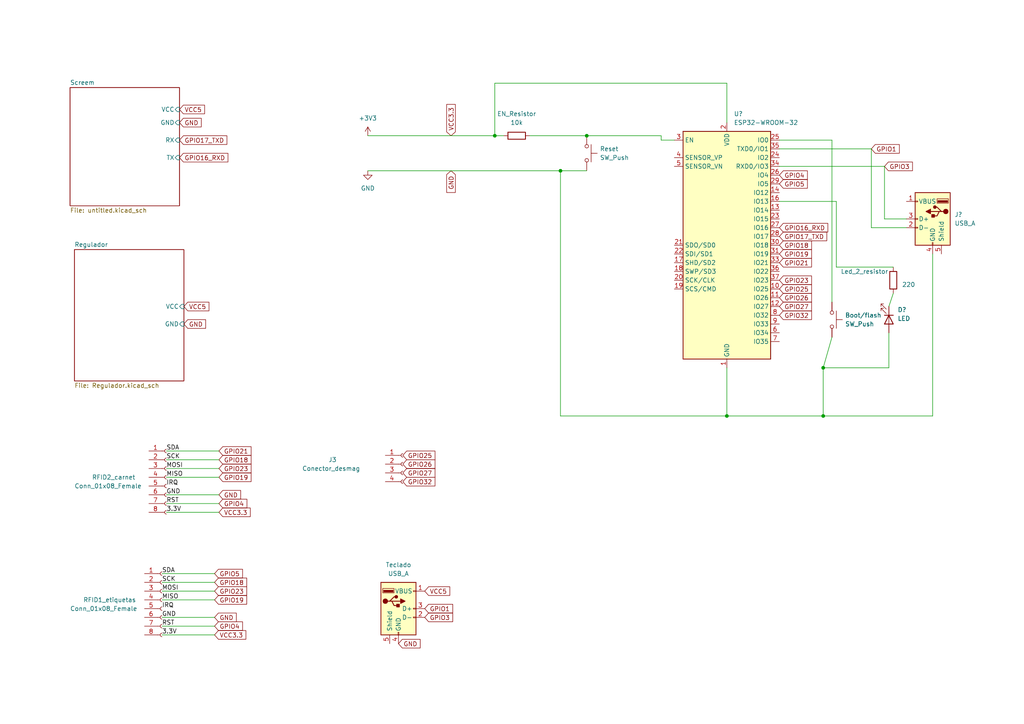
<source format=kicad_sch>
(kicad_sch (version 20211123) (generator eeschema)

  (uuid e63e39d7-6ac0-4ffd-8aa3-1841a4541b55)

  (paper "A4")

  (lib_symbols
    (symbol "Connector:Conn_01x04_Female" (pin_names (offset 1.016) hide) (in_bom yes) (on_board yes)
      (property "Reference" "J" (id 0) (at 0 5.08 0)
        (effects (font (size 1.27 1.27)))
      )
      (property "Value" "Conn_01x04_Female" (id 1) (at 0 -7.62 0)
        (effects (font (size 1.27 1.27)))
      )
      (property "Footprint" "" (id 2) (at 0 0 0)
        (effects (font (size 1.27 1.27)) hide)
      )
      (property "Datasheet" "~" (id 3) (at 0 0 0)
        (effects (font (size 1.27 1.27)) hide)
      )
      (property "ki_keywords" "connector" (id 4) (at 0 0 0)
        (effects (font (size 1.27 1.27)) hide)
      )
      (property "ki_description" "Generic connector, single row, 01x04, script generated (kicad-library-utils/schlib/autogen/connector/)" (id 5) (at 0 0 0)
        (effects (font (size 1.27 1.27)) hide)
      )
      (property "ki_fp_filters" "Connector*:*_1x??_*" (id 6) (at 0 0 0)
        (effects (font (size 1.27 1.27)) hide)
      )
      (symbol "Conn_01x04_Female_1_1"
        (arc (start 0 -4.572) (mid -0.508 -5.08) (end 0 -5.588)
          (stroke (width 0.1524) (type default) (color 0 0 0 0))
          (fill (type none))
        )
        (arc (start 0 -2.032) (mid -0.508 -2.54) (end 0 -3.048)
          (stroke (width 0.1524) (type default) (color 0 0 0 0))
          (fill (type none))
        )
        (polyline
          (pts
            (xy -1.27 -5.08)
            (xy -0.508 -5.08)
          )
          (stroke (width 0.1524) (type default) (color 0 0 0 0))
          (fill (type none))
        )
        (polyline
          (pts
            (xy -1.27 -2.54)
            (xy -0.508 -2.54)
          )
          (stroke (width 0.1524) (type default) (color 0 0 0 0))
          (fill (type none))
        )
        (polyline
          (pts
            (xy -1.27 0)
            (xy -0.508 0)
          )
          (stroke (width 0.1524) (type default) (color 0 0 0 0))
          (fill (type none))
        )
        (polyline
          (pts
            (xy -1.27 2.54)
            (xy -0.508 2.54)
          )
          (stroke (width 0.1524) (type default) (color 0 0 0 0))
          (fill (type none))
        )
        (arc (start 0 0.508) (mid -0.508 0) (end 0 -0.508)
          (stroke (width 0.1524) (type default) (color 0 0 0 0))
          (fill (type none))
        )
        (arc (start 0 3.048) (mid -0.508 2.54) (end 0 2.032)
          (stroke (width 0.1524) (type default) (color 0 0 0 0))
          (fill (type none))
        )
        (pin passive line (at -5.08 2.54 0) (length 3.81)
          (name "Pin_1" (effects (font (size 1.27 1.27))))
          (number "1" (effects (font (size 1.27 1.27))))
        )
        (pin passive line (at -5.08 0 0) (length 3.81)
          (name "Pin_2" (effects (font (size 1.27 1.27))))
          (number "2" (effects (font (size 1.27 1.27))))
        )
        (pin passive line (at -5.08 -2.54 0) (length 3.81)
          (name "Pin_3" (effects (font (size 1.27 1.27))))
          (number "3" (effects (font (size 1.27 1.27))))
        )
        (pin passive line (at -5.08 -5.08 0) (length 3.81)
          (name "Pin_4" (effects (font (size 1.27 1.27))))
          (number "4" (effects (font (size 1.27 1.27))))
        )
      )
    )
    (symbol "Connector:Conn_01x08_Female" (pin_names (offset 1.016) hide) (in_bom yes) (on_board yes)
      (property "Reference" "J" (id 0) (at 0 10.16 0)
        (effects (font (size 1.27 1.27)))
      )
      (property "Value" "Conn_01x08_Female" (id 1) (at 0 -12.7 0)
        (effects (font (size 1.27 1.27)))
      )
      (property "Footprint" "" (id 2) (at 0 0 0)
        (effects (font (size 1.27 1.27)) hide)
      )
      (property "Datasheet" "~" (id 3) (at 0 0 0)
        (effects (font (size 1.27 1.27)) hide)
      )
      (property "ki_keywords" "connector" (id 4) (at 0 0 0)
        (effects (font (size 1.27 1.27)) hide)
      )
      (property "ki_description" "Generic connector, single row, 01x08, script generated (kicad-library-utils/schlib/autogen/connector/)" (id 5) (at 0 0 0)
        (effects (font (size 1.27 1.27)) hide)
      )
      (property "ki_fp_filters" "Connector*:*_1x??_*" (id 6) (at 0 0 0)
        (effects (font (size 1.27 1.27)) hide)
      )
      (symbol "Conn_01x08_Female_1_1"
        (arc (start 0 -9.652) (mid -0.508 -10.16) (end 0 -10.668)
          (stroke (width 0.1524) (type default) (color 0 0 0 0))
          (fill (type none))
        )
        (arc (start 0 -7.112) (mid -0.508 -7.62) (end 0 -8.128)
          (stroke (width 0.1524) (type default) (color 0 0 0 0))
          (fill (type none))
        )
        (arc (start 0 -4.572) (mid -0.508 -5.08) (end 0 -5.588)
          (stroke (width 0.1524) (type default) (color 0 0 0 0))
          (fill (type none))
        )
        (arc (start 0 -2.032) (mid -0.508 -2.54) (end 0 -3.048)
          (stroke (width 0.1524) (type default) (color 0 0 0 0))
          (fill (type none))
        )
        (polyline
          (pts
            (xy -1.27 -10.16)
            (xy -0.508 -10.16)
          )
          (stroke (width 0.1524) (type default) (color 0 0 0 0))
          (fill (type none))
        )
        (polyline
          (pts
            (xy -1.27 -7.62)
            (xy -0.508 -7.62)
          )
          (stroke (width 0.1524) (type default) (color 0 0 0 0))
          (fill (type none))
        )
        (polyline
          (pts
            (xy -1.27 -5.08)
            (xy -0.508 -5.08)
          )
          (stroke (width 0.1524) (type default) (color 0 0 0 0))
          (fill (type none))
        )
        (polyline
          (pts
            (xy -1.27 -2.54)
            (xy -0.508 -2.54)
          )
          (stroke (width 0.1524) (type default) (color 0 0 0 0))
          (fill (type none))
        )
        (polyline
          (pts
            (xy -1.27 0)
            (xy -0.508 0)
          )
          (stroke (width 0.1524) (type default) (color 0 0 0 0))
          (fill (type none))
        )
        (polyline
          (pts
            (xy -1.27 2.54)
            (xy -0.508 2.54)
          )
          (stroke (width 0.1524) (type default) (color 0 0 0 0))
          (fill (type none))
        )
        (polyline
          (pts
            (xy -1.27 5.08)
            (xy -0.508 5.08)
          )
          (stroke (width 0.1524) (type default) (color 0 0 0 0))
          (fill (type none))
        )
        (polyline
          (pts
            (xy -1.27 7.62)
            (xy -0.508 7.62)
          )
          (stroke (width 0.1524) (type default) (color 0 0 0 0))
          (fill (type none))
        )
        (arc (start 0 0.508) (mid -0.508 0) (end 0 -0.508)
          (stroke (width 0.1524) (type default) (color 0 0 0 0))
          (fill (type none))
        )
        (arc (start 0 3.048) (mid -0.508 2.54) (end 0 2.032)
          (stroke (width 0.1524) (type default) (color 0 0 0 0))
          (fill (type none))
        )
        (arc (start 0 5.588) (mid -0.508 5.08) (end 0 4.572)
          (stroke (width 0.1524) (type default) (color 0 0 0 0))
          (fill (type none))
        )
        (arc (start 0 8.128) (mid -0.508 7.62) (end 0 7.112)
          (stroke (width 0.1524) (type default) (color 0 0 0 0))
          (fill (type none))
        )
        (pin passive line (at -5.08 7.62 0) (length 3.81)
          (name "Pin_1" (effects (font (size 1.27 1.27))))
          (number "1" (effects (font (size 1.27 1.27))))
        )
        (pin passive line (at -5.08 5.08 0) (length 3.81)
          (name "Pin_2" (effects (font (size 1.27 1.27))))
          (number "2" (effects (font (size 1.27 1.27))))
        )
        (pin passive line (at -5.08 2.54 0) (length 3.81)
          (name "Pin_3" (effects (font (size 1.27 1.27))))
          (number "3" (effects (font (size 1.27 1.27))))
        )
        (pin passive line (at -5.08 0 0) (length 3.81)
          (name "Pin_4" (effects (font (size 1.27 1.27))))
          (number "4" (effects (font (size 1.27 1.27))))
        )
        (pin passive line (at -5.08 -2.54 0) (length 3.81)
          (name "Pin_5" (effects (font (size 1.27 1.27))))
          (number "5" (effects (font (size 1.27 1.27))))
        )
        (pin passive line (at -5.08 -5.08 0) (length 3.81)
          (name "Pin_6" (effects (font (size 1.27 1.27))))
          (number "6" (effects (font (size 1.27 1.27))))
        )
        (pin passive line (at -5.08 -7.62 0) (length 3.81)
          (name "Pin_7" (effects (font (size 1.27 1.27))))
          (number "7" (effects (font (size 1.27 1.27))))
        )
        (pin passive line (at -5.08 -10.16 0) (length 3.81)
          (name "Pin_8" (effects (font (size 1.27 1.27))))
          (number "8" (effects (font (size 1.27 1.27))))
        )
      )
    )
    (symbol "Connector:USB_A" (pin_names (offset 1.016)) (in_bom yes) (on_board yes)
      (property "Reference" "J" (id 0) (at -5.08 11.43 0)
        (effects (font (size 1.27 1.27)) (justify left))
      )
      (property "Value" "USB_A" (id 1) (at -5.08 8.89 0)
        (effects (font (size 1.27 1.27)) (justify left))
      )
      (property "Footprint" "" (id 2) (at 3.81 -1.27 0)
        (effects (font (size 1.27 1.27)) hide)
      )
      (property "Datasheet" " ~" (id 3) (at 3.81 -1.27 0)
        (effects (font (size 1.27 1.27)) hide)
      )
      (property "ki_keywords" "connector USB" (id 4) (at 0 0 0)
        (effects (font (size 1.27 1.27)) hide)
      )
      (property "ki_description" "USB Type A connector" (id 5) (at 0 0 0)
        (effects (font (size 1.27 1.27)) hide)
      )
      (property "ki_fp_filters" "USB*" (id 6) (at 0 0 0)
        (effects (font (size 1.27 1.27)) hide)
      )
      (symbol "USB_A_0_1"
        (rectangle (start -5.08 -7.62) (end 5.08 7.62)
          (stroke (width 0.254) (type default) (color 0 0 0 0))
          (fill (type background))
        )
        (circle (center -3.81 2.159) (radius 0.635)
          (stroke (width 0.254) (type default) (color 0 0 0 0))
          (fill (type outline))
        )
        (rectangle (start -1.524 4.826) (end -4.318 5.334)
          (stroke (width 0) (type default) (color 0 0 0 0))
          (fill (type outline))
        )
        (rectangle (start -1.27 4.572) (end -4.572 5.842)
          (stroke (width 0) (type default) (color 0 0 0 0))
          (fill (type none))
        )
        (circle (center -0.635 3.429) (radius 0.381)
          (stroke (width 0.254) (type default) (color 0 0 0 0))
          (fill (type outline))
        )
        (rectangle (start -0.127 -7.62) (end 0.127 -6.858)
          (stroke (width 0) (type default) (color 0 0 0 0))
          (fill (type none))
        )
        (polyline
          (pts
            (xy -3.175 2.159)
            (xy -2.54 2.159)
            (xy -1.27 3.429)
            (xy -0.635 3.429)
          )
          (stroke (width 0.254) (type default) (color 0 0 0 0))
          (fill (type none))
        )
        (polyline
          (pts
            (xy -2.54 2.159)
            (xy -1.905 2.159)
            (xy -1.27 0.889)
            (xy 0 0.889)
          )
          (stroke (width 0.254) (type default) (color 0 0 0 0))
          (fill (type none))
        )
        (polyline
          (pts
            (xy 0.635 2.794)
            (xy 0.635 1.524)
            (xy 1.905 2.159)
            (xy 0.635 2.794)
          )
          (stroke (width 0.254) (type default) (color 0 0 0 0))
          (fill (type outline))
        )
        (rectangle (start 0.254 1.27) (end -0.508 0.508)
          (stroke (width 0.254) (type default) (color 0 0 0 0))
          (fill (type outline))
        )
        (rectangle (start 5.08 -2.667) (end 4.318 -2.413)
          (stroke (width 0) (type default) (color 0 0 0 0))
          (fill (type none))
        )
        (rectangle (start 5.08 -0.127) (end 4.318 0.127)
          (stroke (width 0) (type default) (color 0 0 0 0))
          (fill (type none))
        )
        (rectangle (start 5.08 4.953) (end 4.318 5.207)
          (stroke (width 0) (type default) (color 0 0 0 0))
          (fill (type none))
        )
      )
      (symbol "USB_A_1_1"
        (polyline
          (pts
            (xy -1.905 2.159)
            (xy 0.635 2.159)
          )
          (stroke (width 0.254) (type default) (color 0 0 0 0))
          (fill (type none))
        )
        (pin power_in line (at 7.62 5.08 180) (length 2.54)
          (name "VBUS" (effects (font (size 1.27 1.27))))
          (number "1" (effects (font (size 1.27 1.27))))
        )
        (pin bidirectional line (at 7.62 -2.54 180) (length 2.54)
          (name "D-" (effects (font (size 1.27 1.27))))
          (number "2" (effects (font (size 1.27 1.27))))
        )
        (pin bidirectional line (at 7.62 0 180) (length 2.54)
          (name "D+" (effects (font (size 1.27 1.27))))
          (number "3" (effects (font (size 1.27 1.27))))
        )
        (pin power_in line (at 0 -10.16 90) (length 2.54)
          (name "GND" (effects (font (size 1.27 1.27))))
          (number "4" (effects (font (size 1.27 1.27))))
        )
        (pin passive line (at -2.54 -10.16 90) (length 2.54)
          (name "Shield" (effects (font (size 1.27 1.27))))
          (number "5" (effects (font (size 1.27 1.27))))
        )
      )
    )
    (symbol "Device:LED" (pin_numbers hide) (pin_names (offset 1.016) hide) (in_bom yes) (on_board yes)
      (property "Reference" "D" (id 0) (at 0 2.54 0)
        (effects (font (size 1.27 1.27)))
      )
      (property "Value" "LED" (id 1) (at 0 -2.54 0)
        (effects (font (size 1.27 1.27)))
      )
      (property "Footprint" "" (id 2) (at 0 0 0)
        (effects (font (size 1.27 1.27)) hide)
      )
      (property "Datasheet" "~" (id 3) (at 0 0 0)
        (effects (font (size 1.27 1.27)) hide)
      )
      (property "ki_keywords" "LED diode" (id 4) (at 0 0 0)
        (effects (font (size 1.27 1.27)) hide)
      )
      (property "ki_description" "Light emitting diode" (id 5) (at 0 0 0)
        (effects (font (size 1.27 1.27)) hide)
      )
      (property "ki_fp_filters" "LED* LED_SMD:* LED_THT:*" (id 6) (at 0 0 0)
        (effects (font (size 1.27 1.27)) hide)
      )
      (symbol "LED_0_1"
        (polyline
          (pts
            (xy -1.27 -1.27)
            (xy -1.27 1.27)
          )
          (stroke (width 0.254) (type default) (color 0 0 0 0))
          (fill (type none))
        )
        (polyline
          (pts
            (xy -1.27 0)
            (xy 1.27 0)
          )
          (stroke (width 0) (type default) (color 0 0 0 0))
          (fill (type none))
        )
        (polyline
          (pts
            (xy 1.27 -1.27)
            (xy 1.27 1.27)
            (xy -1.27 0)
            (xy 1.27 -1.27)
          )
          (stroke (width 0.254) (type default) (color 0 0 0 0))
          (fill (type none))
        )
        (polyline
          (pts
            (xy -3.048 -0.762)
            (xy -4.572 -2.286)
            (xy -3.81 -2.286)
            (xy -4.572 -2.286)
            (xy -4.572 -1.524)
          )
          (stroke (width 0) (type default) (color 0 0 0 0))
          (fill (type none))
        )
        (polyline
          (pts
            (xy -1.778 -0.762)
            (xy -3.302 -2.286)
            (xy -2.54 -2.286)
            (xy -3.302 -2.286)
            (xy -3.302 -1.524)
          )
          (stroke (width 0) (type default) (color 0 0 0 0))
          (fill (type none))
        )
      )
      (symbol "LED_1_1"
        (pin passive line (at -3.81 0 0) (length 2.54)
          (name "K" (effects (font (size 1.27 1.27))))
          (number "1" (effects (font (size 1.27 1.27))))
        )
        (pin passive line (at 3.81 0 180) (length 2.54)
          (name "A" (effects (font (size 1.27 1.27))))
          (number "2" (effects (font (size 1.27 1.27))))
        )
      )
    )
    (symbol "Device:R" (pin_numbers hide) (pin_names (offset 0)) (in_bom yes) (on_board yes)
      (property "Reference" "R" (id 0) (at 2.032 0 90)
        (effects (font (size 1.27 1.27)))
      )
      (property "Value" "R" (id 1) (at 0 0 90)
        (effects (font (size 1.27 1.27)))
      )
      (property "Footprint" "" (id 2) (at -1.778 0 90)
        (effects (font (size 1.27 1.27)) hide)
      )
      (property "Datasheet" "~" (id 3) (at 0 0 0)
        (effects (font (size 1.27 1.27)) hide)
      )
      (property "ki_keywords" "R res resistor" (id 4) (at 0 0 0)
        (effects (font (size 1.27 1.27)) hide)
      )
      (property "ki_description" "Resistor" (id 5) (at 0 0 0)
        (effects (font (size 1.27 1.27)) hide)
      )
      (property "ki_fp_filters" "R_*" (id 6) (at 0 0 0)
        (effects (font (size 1.27 1.27)) hide)
      )
      (symbol "R_0_1"
        (rectangle (start -1.016 -2.54) (end 1.016 2.54)
          (stroke (width 0.254) (type default) (color 0 0 0 0))
          (fill (type none))
        )
      )
      (symbol "R_1_1"
        (pin passive line (at 0 3.81 270) (length 1.27)
          (name "~" (effects (font (size 1.27 1.27))))
          (number "1" (effects (font (size 1.27 1.27))))
        )
        (pin passive line (at 0 -3.81 90) (length 1.27)
          (name "~" (effects (font (size 1.27 1.27))))
          (number "2" (effects (font (size 1.27 1.27))))
        )
      )
    )
    (symbol "RF_Module:ESP32-WROOM-32" (in_bom yes) (on_board yes)
      (property "Reference" "U" (id 0) (at -12.7 34.29 0)
        (effects (font (size 1.27 1.27)) (justify left))
      )
      (property "Value" "ESP32-WROOM-32" (id 1) (at 1.27 34.29 0)
        (effects (font (size 1.27 1.27)) (justify left))
      )
      (property "Footprint" "RF_Module:ESP32-WROOM-32" (id 2) (at 0 -38.1 0)
        (effects (font (size 1.27 1.27)) hide)
      )
      (property "Datasheet" "https://www.espressif.com/sites/default/files/documentation/esp32-wroom-32_datasheet_en.pdf" (id 3) (at -7.62 1.27 0)
        (effects (font (size 1.27 1.27)) hide)
      )
      (property "ki_keywords" "RF Radio BT ESP ESP32 Espressif onboard PCB antenna" (id 4) (at 0 0 0)
        (effects (font (size 1.27 1.27)) hide)
      )
      (property "ki_description" "RF Module, ESP32-D0WDQ6 SoC, Wi-Fi 802.11b/g/n, Bluetooth, BLE, 32-bit, 2.7-3.6V, onboard antenna, SMD" (id 5) (at 0 0 0)
        (effects (font (size 1.27 1.27)) hide)
      )
      (property "ki_fp_filters" "ESP32?WROOM?32*" (id 6) (at 0 0 0)
        (effects (font (size 1.27 1.27)) hide)
      )
      (symbol "ESP32-WROOM-32_0_1"
        (rectangle (start -12.7 33.02) (end 12.7 -33.02)
          (stroke (width 0.254) (type default) (color 0 0 0 0))
          (fill (type background))
        )
      )
      (symbol "ESP32-WROOM-32_1_1"
        (pin power_in line (at 0 -35.56 90) (length 2.54)
          (name "GND" (effects (font (size 1.27 1.27))))
          (number "1" (effects (font (size 1.27 1.27))))
        )
        (pin bidirectional line (at 15.24 -12.7 180) (length 2.54)
          (name "IO25" (effects (font (size 1.27 1.27))))
          (number "10" (effects (font (size 1.27 1.27))))
        )
        (pin bidirectional line (at 15.24 -15.24 180) (length 2.54)
          (name "IO26" (effects (font (size 1.27 1.27))))
          (number "11" (effects (font (size 1.27 1.27))))
        )
        (pin bidirectional line (at 15.24 -17.78 180) (length 2.54)
          (name "IO27" (effects (font (size 1.27 1.27))))
          (number "12" (effects (font (size 1.27 1.27))))
        )
        (pin bidirectional line (at 15.24 10.16 180) (length 2.54)
          (name "IO14" (effects (font (size 1.27 1.27))))
          (number "13" (effects (font (size 1.27 1.27))))
        )
        (pin bidirectional line (at 15.24 15.24 180) (length 2.54)
          (name "IO12" (effects (font (size 1.27 1.27))))
          (number "14" (effects (font (size 1.27 1.27))))
        )
        (pin passive line (at 0 -35.56 90) (length 2.54) hide
          (name "GND" (effects (font (size 1.27 1.27))))
          (number "15" (effects (font (size 1.27 1.27))))
        )
        (pin bidirectional line (at 15.24 12.7 180) (length 2.54)
          (name "IO13" (effects (font (size 1.27 1.27))))
          (number "16" (effects (font (size 1.27 1.27))))
        )
        (pin bidirectional line (at -15.24 -5.08 0) (length 2.54)
          (name "SHD/SD2" (effects (font (size 1.27 1.27))))
          (number "17" (effects (font (size 1.27 1.27))))
        )
        (pin bidirectional line (at -15.24 -7.62 0) (length 2.54)
          (name "SWP/SD3" (effects (font (size 1.27 1.27))))
          (number "18" (effects (font (size 1.27 1.27))))
        )
        (pin bidirectional line (at -15.24 -12.7 0) (length 2.54)
          (name "SCS/CMD" (effects (font (size 1.27 1.27))))
          (number "19" (effects (font (size 1.27 1.27))))
        )
        (pin power_in line (at 0 35.56 270) (length 2.54)
          (name "VDD" (effects (font (size 1.27 1.27))))
          (number "2" (effects (font (size 1.27 1.27))))
        )
        (pin bidirectional line (at -15.24 -10.16 0) (length 2.54)
          (name "SCK/CLK" (effects (font (size 1.27 1.27))))
          (number "20" (effects (font (size 1.27 1.27))))
        )
        (pin bidirectional line (at -15.24 0 0) (length 2.54)
          (name "SDO/SD0" (effects (font (size 1.27 1.27))))
          (number "21" (effects (font (size 1.27 1.27))))
        )
        (pin bidirectional line (at -15.24 -2.54 0) (length 2.54)
          (name "SDI/SD1" (effects (font (size 1.27 1.27))))
          (number "22" (effects (font (size 1.27 1.27))))
        )
        (pin bidirectional line (at 15.24 7.62 180) (length 2.54)
          (name "IO15" (effects (font (size 1.27 1.27))))
          (number "23" (effects (font (size 1.27 1.27))))
        )
        (pin bidirectional line (at 15.24 25.4 180) (length 2.54)
          (name "IO2" (effects (font (size 1.27 1.27))))
          (number "24" (effects (font (size 1.27 1.27))))
        )
        (pin bidirectional line (at 15.24 30.48 180) (length 2.54)
          (name "IO0" (effects (font (size 1.27 1.27))))
          (number "25" (effects (font (size 1.27 1.27))))
        )
        (pin bidirectional line (at 15.24 20.32 180) (length 2.54)
          (name "IO4" (effects (font (size 1.27 1.27))))
          (number "26" (effects (font (size 1.27 1.27))))
        )
        (pin bidirectional line (at 15.24 5.08 180) (length 2.54)
          (name "IO16" (effects (font (size 1.27 1.27))))
          (number "27" (effects (font (size 1.27 1.27))))
        )
        (pin bidirectional line (at 15.24 2.54 180) (length 2.54)
          (name "IO17" (effects (font (size 1.27 1.27))))
          (number "28" (effects (font (size 1.27 1.27))))
        )
        (pin bidirectional line (at 15.24 17.78 180) (length 2.54)
          (name "IO5" (effects (font (size 1.27 1.27))))
          (number "29" (effects (font (size 1.27 1.27))))
        )
        (pin input line (at -15.24 30.48 0) (length 2.54)
          (name "EN" (effects (font (size 1.27 1.27))))
          (number "3" (effects (font (size 1.27 1.27))))
        )
        (pin bidirectional line (at 15.24 0 180) (length 2.54)
          (name "IO18" (effects (font (size 1.27 1.27))))
          (number "30" (effects (font (size 1.27 1.27))))
        )
        (pin bidirectional line (at 15.24 -2.54 180) (length 2.54)
          (name "IO19" (effects (font (size 1.27 1.27))))
          (number "31" (effects (font (size 1.27 1.27))))
        )
        (pin no_connect line (at -12.7 -27.94 0) (length 2.54) hide
          (name "NC" (effects (font (size 1.27 1.27))))
          (number "32" (effects (font (size 1.27 1.27))))
        )
        (pin bidirectional line (at 15.24 -5.08 180) (length 2.54)
          (name "IO21" (effects (font (size 1.27 1.27))))
          (number "33" (effects (font (size 1.27 1.27))))
        )
        (pin bidirectional line (at 15.24 22.86 180) (length 2.54)
          (name "RXD0/IO3" (effects (font (size 1.27 1.27))))
          (number "34" (effects (font (size 1.27 1.27))))
        )
        (pin bidirectional line (at 15.24 27.94 180) (length 2.54)
          (name "TXD0/IO1" (effects (font (size 1.27 1.27))))
          (number "35" (effects (font (size 1.27 1.27))))
        )
        (pin bidirectional line (at 15.24 -7.62 180) (length 2.54)
          (name "IO22" (effects (font (size 1.27 1.27))))
          (number "36" (effects (font (size 1.27 1.27))))
        )
        (pin bidirectional line (at 15.24 -10.16 180) (length 2.54)
          (name "IO23" (effects (font (size 1.27 1.27))))
          (number "37" (effects (font (size 1.27 1.27))))
        )
        (pin passive line (at 0 -35.56 90) (length 2.54) hide
          (name "GND" (effects (font (size 1.27 1.27))))
          (number "38" (effects (font (size 1.27 1.27))))
        )
        (pin passive line (at 0 -35.56 90) (length 2.54) hide
          (name "GND" (effects (font (size 1.27 1.27))))
          (number "39" (effects (font (size 1.27 1.27))))
        )
        (pin input line (at -15.24 25.4 0) (length 2.54)
          (name "SENSOR_VP" (effects (font (size 1.27 1.27))))
          (number "4" (effects (font (size 1.27 1.27))))
        )
        (pin input line (at -15.24 22.86 0) (length 2.54)
          (name "SENSOR_VN" (effects (font (size 1.27 1.27))))
          (number "5" (effects (font (size 1.27 1.27))))
        )
        (pin input line (at 15.24 -25.4 180) (length 2.54)
          (name "IO34" (effects (font (size 1.27 1.27))))
          (number "6" (effects (font (size 1.27 1.27))))
        )
        (pin input line (at 15.24 -27.94 180) (length 2.54)
          (name "IO35" (effects (font (size 1.27 1.27))))
          (number "7" (effects (font (size 1.27 1.27))))
        )
        (pin bidirectional line (at 15.24 -20.32 180) (length 2.54)
          (name "IO32" (effects (font (size 1.27 1.27))))
          (number "8" (effects (font (size 1.27 1.27))))
        )
        (pin bidirectional line (at 15.24 -22.86 180) (length 2.54)
          (name "IO33" (effects (font (size 1.27 1.27))))
          (number "9" (effects (font (size 1.27 1.27))))
        )
      )
    )
    (symbol "Switch:SW_Push" (pin_numbers hide) (pin_names (offset 1.016) hide) (in_bom yes) (on_board yes)
      (property "Reference" "SW" (id 0) (at 1.27 2.54 0)
        (effects (font (size 1.27 1.27)) (justify left))
      )
      (property "Value" "SW_Push" (id 1) (at 0 -1.524 0)
        (effects (font (size 1.27 1.27)))
      )
      (property "Footprint" "" (id 2) (at 0 5.08 0)
        (effects (font (size 1.27 1.27)) hide)
      )
      (property "Datasheet" "~" (id 3) (at 0 5.08 0)
        (effects (font (size 1.27 1.27)) hide)
      )
      (property "ki_keywords" "switch normally-open pushbutton push-button" (id 4) (at 0 0 0)
        (effects (font (size 1.27 1.27)) hide)
      )
      (property "ki_description" "Push button switch, generic, two pins" (id 5) (at 0 0 0)
        (effects (font (size 1.27 1.27)) hide)
      )
      (symbol "SW_Push_0_1"
        (circle (center -2.032 0) (radius 0.508)
          (stroke (width 0) (type default) (color 0 0 0 0))
          (fill (type none))
        )
        (polyline
          (pts
            (xy 0 1.27)
            (xy 0 3.048)
          )
          (stroke (width 0) (type default) (color 0 0 0 0))
          (fill (type none))
        )
        (polyline
          (pts
            (xy 2.54 1.27)
            (xy -2.54 1.27)
          )
          (stroke (width 0) (type default) (color 0 0 0 0))
          (fill (type none))
        )
        (circle (center 2.032 0) (radius 0.508)
          (stroke (width 0) (type default) (color 0 0 0 0))
          (fill (type none))
        )
        (pin passive line (at -5.08 0 0) (length 2.54)
          (name "1" (effects (font (size 1.27 1.27))))
          (number "1" (effects (font (size 1.27 1.27))))
        )
        (pin passive line (at 5.08 0 180) (length 2.54)
          (name "2" (effects (font (size 1.27 1.27))))
          (number "2" (effects (font (size 1.27 1.27))))
        )
      )
    )
    (symbol "power:+3.3V" (power) (pin_names (offset 0)) (in_bom yes) (on_board yes)
      (property "Reference" "#PWR" (id 0) (at 0 -3.81 0)
        (effects (font (size 1.27 1.27)) hide)
      )
      (property "Value" "+3.3V" (id 1) (at 0 3.556 0)
        (effects (font (size 1.27 1.27)))
      )
      (property "Footprint" "" (id 2) (at 0 0 0)
        (effects (font (size 1.27 1.27)) hide)
      )
      (property "Datasheet" "" (id 3) (at 0 0 0)
        (effects (font (size 1.27 1.27)) hide)
      )
      (property "ki_keywords" "power-flag" (id 4) (at 0 0 0)
        (effects (font (size 1.27 1.27)) hide)
      )
      (property "ki_description" "Power symbol creates a global label with name \"+3.3V\"" (id 5) (at 0 0 0)
        (effects (font (size 1.27 1.27)) hide)
      )
      (symbol "+3.3V_0_1"
        (polyline
          (pts
            (xy -0.762 1.27)
            (xy 0 2.54)
          )
          (stroke (width 0) (type default) (color 0 0 0 0))
          (fill (type none))
        )
        (polyline
          (pts
            (xy 0 0)
            (xy 0 2.54)
          )
          (stroke (width 0) (type default) (color 0 0 0 0))
          (fill (type none))
        )
        (polyline
          (pts
            (xy 0 2.54)
            (xy 0.762 1.27)
          )
          (stroke (width 0) (type default) (color 0 0 0 0))
          (fill (type none))
        )
      )
      (symbol "+3.3V_1_1"
        (pin power_in line (at 0 0 90) (length 0) hide
          (name "+3V3" (effects (font (size 1.27 1.27))))
          (number "1" (effects (font (size 1.27 1.27))))
        )
      )
    )
    (symbol "power:GND" (power) (pin_names (offset 0)) (in_bom yes) (on_board yes)
      (property "Reference" "#PWR" (id 0) (at 0 -6.35 0)
        (effects (font (size 1.27 1.27)) hide)
      )
      (property "Value" "GND" (id 1) (at 0 -3.81 0)
        (effects (font (size 1.27 1.27)))
      )
      (property "Footprint" "" (id 2) (at 0 0 0)
        (effects (font (size 1.27 1.27)) hide)
      )
      (property "Datasheet" "" (id 3) (at 0 0 0)
        (effects (font (size 1.27 1.27)) hide)
      )
      (property "ki_keywords" "power-flag" (id 4) (at 0 0 0)
        (effects (font (size 1.27 1.27)) hide)
      )
      (property "ki_description" "Power symbol creates a global label with name \"GND\" , ground" (id 5) (at 0 0 0)
        (effects (font (size 1.27 1.27)) hide)
      )
      (symbol "GND_0_1"
        (polyline
          (pts
            (xy 0 0)
            (xy 0 -1.27)
            (xy 1.27 -1.27)
            (xy 0 -2.54)
            (xy -1.27 -1.27)
            (xy 0 -1.27)
          )
          (stroke (width 0) (type default) (color 0 0 0 0))
          (fill (type none))
        )
      )
      (symbol "GND_1_1"
        (pin power_in line (at 0 0 270) (length 0) hide
          (name "GND" (effects (font (size 1.27 1.27))))
          (number "1" (effects (font (size 1.27 1.27))))
        )
      )
    )
  )

  (junction (at 210.82 120.65) (diameter 0) (color 0 0 0 0)
    (uuid 3eb0ddb7-3873-4f87-990a-f10594cc5fc8)
  )
  (junction (at 162.56 49.53) (diameter 0) (color 0 0 0 0)
    (uuid 633e75a6-1f25-4158-8638-61faf26d6ff1)
  )
  (junction (at 143.51 39.37) (diameter 0) (color 0 0 0 0)
    (uuid 71da5618-a60a-4999-b5d3-5cd4a11deeae)
  )
  (junction (at 238.76 106.68) (diameter 0) (color 0 0 0 0)
    (uuid a3f56881-1b6c-4329-8e5e-79f95316a77c)
  )
  (junction (at 170.18 39.37) (diameter 0) (color 0 0 0 0)
    (uuid d8ed938f-85ee-4d73-9d77-3a4c0f445951)
  )
  (junction (at 238.76 120.65) (diameter 0) (color 0 0 0 0)
    (uuid de3fe8a2-d159-42ae-b69a-59b1ab77b1be)
  )

  (wire (pts (xy 210.82 106.68) (xy 210.82 120.65))
    (stroke (width 0) (type default) (color 0 0 0 0))
    (uuid 11292aa6-5ac2-4afa-b5ba-3794d0e44fe6)
  )
  (wire (pts (xy 46.99 171.45) (xy 62.23 171.45))
    (stroke (width 0) (type default) (color 0 0 0 0))
    (uuid 14672af1-d5a1-46a3-872c-3bd62870264c)
  )
  (wire (pts (xy 162.56 49.53) (xy 106.68 49.53))
    (stroke (width 0) (type default) (color 0 0 0 0))
    (uuid 17c0af7a-69b3-4389-8242-a9ecddcfe55c)
  )
  (wire (pts (xy 48.26 148.59) (xy 63.5 148.59))
    (stroke (width 0) (type default) (color 0 0 0 0))
    (uuid 1800df2b-dfbd-495a-b08b-97e2167f3412)
  )
  (wire (pts (xy 226.06 58.42) (xy 242.57 58.42))
    (stroke (width 0) (type default) (color 0 0 0 0))
    (uuid 1b16179c-5578-4081-8254-8911ea091203)
  )
  (wire (pts (xy 262.89 66.04) (xy 252.73 66.04))
    (stroke (width 0) (type default) (color 0 0 0 0))
    (uuid 1b218898-7b72-45e5-b3c0-c782c287b8b6)
  )
  (wire (pts (xy 242.57 58.42) (xy 242.57 77.47))
    (stroke (width 0) (type default) (color 0 0 0 0))
    (uuid 1d447c8f-5c1f-4d3f-ac5c-72504015d991)
  )
  (wire (pts (xy 256.54 63.5) (xy 256.54 48.26))
    (stroke (width 0) (type default) (color 0 0 0 0))
    (uuid 25019b4c-b838-4a29-8b2f-c3521bf2ac40)
  )
  (wire (pts (xy 170.18 39.37) (xy 191.77 39.37))
    (stroke (width 0) (type default) (color 0 0 0 0))
    (uuid 3106e69e-b919-421f-87a1-49f3ff2e7250)
  )
  (wire (pts (xy 153.67 39.37) (xy 170.18 39.37))
    (stroke (width 0) (type default) (color 0 0 0 0))
    (uuid 37948779-7057-4fe5-8cb0-6a63d79f0df5)
  )
  (wire (pts (xy 46.99 168.91) (xy 62.23 168.91))
    (stroke (width 0) (type default) (color 0 0 0 0))
    (uuid 3c372b2c-15d9-4767-a494-19ab0f733187)
  )
  (wire (pts (xy 241.3 40.64) (xy 241.3 87.63))
    (stroke (width 0) (type default) (color 0 0 0 0))
    (uuid 400f8ec0-cbfb-4f3a-800c-3349b9831da8)
  )
  (wire (pts (xy 252.73 66.04) (xy 252.73 43.18))
    (stroke (width 0) (type default) (color 0 0 0 0))
    (uuid 4309f133-47a8-42cc-89c9-3567728c087d)
  )
  (wire (pts (xy 257.81 96.52) (xy 257.81 106.68))
    (stroke (width 0) (type default) (color 0 0 0 0))
    (uuid 4664142d-9454-486d-adf4-14b928f7b5cf)
  )
  (wire (pts (xy 238.76 120.65) (xy 270.51 120.65))
    (stroke (width 0) (type default) (color 0 0 0 0))
    (uuid 4ecf1bef-5087-4ee3-a95b-2d8264b9e94c)
  )
  (wire (pts (xy 46.99 173.99) (xy 62.23 173.99))
    (stroke (width 0) (type default) (color 0 0 0 0))
    (uuid 4fc2b4eb-a98b-445e-9927-2210a3fd9284)
  )
  (wire (pts (xy 143.51 39.37) (xy 146.05 39.37))
    (stroke (width 0) (type default) (color 0 0 0 0))
    (uuid 52342ccc-0284-4735-8843-1340d87793d7)
  )
  (wire (pts (xy 238.76 106.68) (xy 238.76 120.65))
    (stroke (width 0) (type default) (color 0 0 0 0))
    (uuid 567a7c71-2bbd-461d-b0f2-7b3074a976dd)
  )
  (wire (pts (xy 162.56 49.53) (xy 170.18 49.53))
    (stroke (width 0) (type default) (color 0 0 0 0))
    (uuid 58abb8dc-e6a5-4aac-89b9-6f3ff72457cf)
  )
  (wire (pts (xy 48.26 138.43) (xy 63.5 138.43))
    (stroke (width 0) (type default) (color 0 0 0 0))
    (uuid 6718eff8-aef2-45dd-8ed0-14d6f4cc5a33)
  )
  (wire (pts (xy 46.99 166.37) (xy 62.23 166.37))
    (stroke (width 0) (type default) (color 0 0 0 0))
    (uuid 6c595bab-d71a-4a34-a903-cf0472a7e604)
  )
  (wire (pts (xy 242.57 77.47) (xy 259.08 77.47))
    (stroke (width 0) (type default) (color 0 0 0 0))
    (uuid 76c9d59e-f13d-41b9-a928-e8fdddf71e3f)
  )
  (wire (pts (xy 48.26 143.51) (xy 63.5 143.51))
    (stroke (width 0) (type default) (color 0 0 0 0))
    (uuid 7d449b06-420d-45cf-a9cc-45d7b9400d56)
  )
  (wire (pts (xy 191.77 40.64) (xy 195.58 40.64))
    (stroke (width 0) (type default) (color 0 0 0 0))
    (uuid 81a24744-1b3c-42a9-b32d-fc07eaacea1b)
  )
  (wire (pts (xy 257.81 106.68) (xy 238.76 106.68))
    (stroke (width 0) (type default) (color 0 0 0 0))
    (uuid 83eea44e-e3d3-45c1-b7fa-620fae2766bf)
  )
  (wire (pts (xy 48.26 133.35) (xy 63.5 133.35))
    (stroke (width 0) (type default) (color 0 0 0 0))
    (uuid 865275ba-3e2a-444f-89c3-2fce649681c8)
  )
  (wire (pts (xy 46.99 184.15) (xy 62.23 184.15))
    (stroke (width 0) (type default) (color 0 0 0 0))
    (uuid 8a6937c4-6217-4830-8616-754a59951062)
  )
  (wire (pts (xy 210.82 35.56) (xy 210.82 24.13))
    (stroke (width 0) (type default) (color 0 0 0 0))
    (uuid 8ed3ffc6-dcac-45c6-bf1a-0597a2b2dcad)
  )
  (wire (pts (xy 46.99 179.07) (xy 62.23 179.07))
    (stroke (width 0) (type default) (color 0 0 0 0))
    (uuid 917285a7-68f8-4f2b-8adf-aea76612f699)
  )
  (wire (pts (xy 162.56 49.53) (xy 162.56 120.65))
    (stroke (width 0) (type default) (color 0 0 0 0))
    (uuid 917fa727-05c9-400d-9a1f-67821586403c)
  )
  (wire (pts (xy 210.82 120.65) (xy 238.76 120.65))
    (stroke (width 0) (type default) (color 0 0 0 0))
    (uuid a4366958-d276-4412-aeb4-c3bef790456c)
  )
  (wire (pts (xy 210.82 24.13) (xy 143.51 24.13))
    (stroke (width 0) (type default) (color 0 0 0 0))
    (uuid a554321f-6af3-40d8-9582-c20b4a5f52b3)
  )
  (wire (pts (xy 210.82 120.65) (xy 162.56 120.65))
    (stroke (width 0) (type default) (color 0 0 0 0))
    (uuid ab471508-a453-421f-822d-f49fa4d5e2ee)
  )
  (wire (pts (xy 259.08 85.09) (xy 257.81 88.9))
    (stroke (width 0) (type default) (color 0 0 0 0))
    (uuid afdcff57-a434-4045-a589-7d963f7814c4)
  )
  (wire (pts (xy 256.54 48.26) (xy 226.06 48.26))
    (stroke (width 0) (type default) (color 0 0 0 0))
    (uuid b78adea6-6003-4b94-acc8-e0c4cee0bb1e)
  )
  (wire (pts (xy 48.26 135.89) (xy 63.5 135.89))
    (stroke (width 0) (type default) (color 0 0 0 0))
    (uuid c0cf528e-039d-4595-a703-2d34f8e4feb6)
  )
  (wire (pts (xy 48.26 130.81) (xy 63.5 130.81))
    (stroke (width 0) (type default) (color 0 0 0 0))
    (uuid c8da32e3-596f-46e3-b67e-df3dbe45a2d4)
  )
  (wire (pts (xy 46.99 181.61) (xy 62.23 181.61))
    (stroke (width 0) (type default) (color 0 0 0 0))
    (uuid ca09a11e-1c23-45fa-b76a-6e8a72e1cfa4)
  )
  (wire (pts (xy 270.51 73.66) (xy 270.51 120.65))
    (stroke (width 0) (type default) (color 0 0 0 0))
    (uuid cb8f5728-cc6b-4965-b397-67dfd104ebac)
  )
  (wire (pts (xy 262.89 63.5) (xy 256.54 63.5))
    (stroke (width 0) (type default) (color 0 0 0 0))
    (uuid d986e66c-8121-4d13-893e-ce0f0469512a)
  )
  (wire (pts (xy 252.73 43.18) (xy 226.06 43.18))
    (stroke (width 0) (type default) (color 0 0 0 0))
    (uuid dc13c5ca-ae41-45af-83ce-ab9195a5e54f)
  )
  (wire (pts (xy 48.26 146.05) (xy 63.5 146.05))
    (stroke (width 0) (type default) (color 0 0 0 0))
    (uuid e2342474-b2d7-4765-bc9e-f9079e7f7240)
  )
  (wire (pts (xy 226.06 40.64) (xy 241.3 40.64))
    (stroke (width 0) (type default) (color 0 0 0 0))
    (uuid e3d6f000-5ca9-4e15-bad7-dfaf0f59ad96)
  )
  (wire (pts (xy 106.68 39.37) (xy 143.51 39.37))
    (stroke (width 0) (type default) (color 0 0 0 0))
    (uuid e9f7c1f4-5795-4d15-84b5-feea53d19f0e)
  )
  (wire (pts (xy 241.3 97.79) (xy 238.76 106.68))
    (stroke (width 0) (type default) (color 0 0 0 0))
    (uuid ec4e7991-8d83-483f-86eb-aae2671efd44)
  )
  (wire (pts (xy 191.77 39.37) (xy 191.77 40.64))
    (stroke (width 0) (type default) (color 0 0 0 0))
    (uuid f9fca37e-302f-4887-a54f-40f5ab90e1a5)
  )
  (wire (pts (xy 143.51 24.13) (xy 143.51 39.37))
    (stroke (width 0) (type default) (color 0 0 0 0))
    (uuid ffa6a064-5f6e-4f68-bd6f-2f8ca5751873)
  )

  (label "GND" (at 46.99 179.07 0)
    (effects (font (size 1.27 1.27)) (justify left bottom))
    (uuid 09d77039-fcb2-4045-94c9-7d3e4d1e2e6c)
  )
  (label "MOSI" (at 48.26 135.89 0)
    (effects (font (size 1.27 1.27)) (justify left bottom))
    (uuid 17b68287-f6b1-4806-8d29-17a971af2618)
  )
  (label "GND" (at 48.26 143.51 0)
    (effects (font (size 1.27 1.27)) (justify left bottom))
    (uuid 33bb8efb-b504-4869-ae79-f0436c353265)
  )
  (label "RST" (at 48.26 146.05 0)
    (effects (font (size 1.27 1.27)) (justify left bottom))
    (uuid 5dabf7e0-c7e5-44bd-9344-81c42343f0ad)
  )
  (label "SCK" (at 46.99 168.91 0)
    (effects (font (size 1.27 1.27)) (justify left bottom))
    (uuid 79ed4b21-9856-4513-8b0d-06effa8f1e86)
  )
  (label "IRQ" (at 48.26 140.97 0)
    (effects (font (size 1.27 1.27)) (justify left bottom))
    (uuid 7bf3e4de-cccf-46da-a480-68ec9d8617c2)
  )
  (label "IRQ" (at 46.99 176.53 0)
    (effects (font (size 1.27 1.27)) (justify left bottom))
    (uuid 7d055674-2aa8-43de-bae3-07919bc7dfc5)
  )
  (label "RST" (at 46.99 181.61 0)
    (effects (font (size 1.27 1.27)) (justify left bottom))
    (uuid a01107fd-923f-424a-a3fe-bcfd0181e932)
  )
  (label "MISO" (at 46.99 173.99 0)
    (effects (font (size 1.27 1.27)) (justify left bottom))
    (uuid aff53bd7-6450-43f2-9016-97295f204328)
  )
  (label "3.3V" (at 46.99 184.15 0)
    (effects (font (size 1.27 1.27)) (justify left bottom))
    (uuid b662bf0b-4792-4076-a63e-31c6d31ff42f)
  )
  (label "SDA" (at 48.26 130.81 0)
    (effects (font (size 1.27 1.27)) (justify left bottom))
    (uuid b99d4a38-3951-4363-ba06-a89c24e15834)
  )
  (label "SCK" (at 48.26 133.35 0)
    (effects (font (size 1.27 1.27)) (justify left bottom))
    (uuid d19b9b4d-2ded-4a12-b954-22ca7e87b9c6)
  )
  (label "3.3V" (at 48.26 148.59 0)
    (effects (font (size 1.27 1.27)) (justify left bottom))
    (uuid dc4e7c60-5868-4961-9e78-f33db513f131)
  )
  (label "SDA" (at 46.99 166.37 0)
    (effects (font (size 1.27 1.27)) (justify left bottom))
    (uuid dfaeb720-36e7-47e0-a245-96dda9955f4a)
  )
  (label "MISO" (at 48.26 138.43 0)
    (effects (font (size 1.27 1.27)) (justify left bottom))
    (uuid f763efde-003a-412f-8827-083f484818d2)
  )
  (label "MOSI" (at 46.99 171.45 0)
    (effects (font (size 1.27 1.27)) (justify left bottom))
    (uuid fe6d39dd-a9db-4eef-b48d-01b562199098)
  )

  (global_label "GPIO18" (shape input) (at 62.23 168.91 0) (fields_autoplaced)
    (effects (font (size 1.27 1.27)) (justify left))
    (uuid 0621d640-1f0f-4ba3-91b0-3bc8eb8a2e4a)
    (property "Intersheet References" "${INTERSHEET_REFS}" (id 0) (at 71.5374 168.8306 0)
      (effects (font (size 1.27 1.27)) (justify left) hide)
    )
  )
  (global_label "VCC5" (shape input) (at 53.34 88.9 0) (fields_autoplaced)
    (effects (font (size 1.27 1.27)) (justify left))
    (uuid 0f9c958a-a138-4a4b-8fc2-d871f61e856f)
    (property "Intersheet References" "${INTERSHEET_REFS}" (id 0) (at 60.5912 88.8206 0)
      (effects (font (size 1.27 1.27)) (justify left) hide)
    )
  )
  (global_label "VCC5" (shape input) (at 123.19 171.45 0) (fields_autoplaced)
    (effects (font (size 1.27 1.27)) (justify left))
    (uuid 106f97fe-8a4d-49cd-9072-b67b04b8a4fa)
    (property "Intersheet References" "${INTERSHEET_REFS}" (id 0) (at 130.4412 171.3706 0)
      (effects (font (size 1.27 1.27)) (justify left) hide)
    )
  )
  (global_label "VCC3.3" (shape input) (at 62.23 184.15 0) (fields_autoplaced)
    (effects (font (size 1.27 1.27)) (justify left))
    (uuid 14aeb0b5-509f-4a50-916f-600b3a43f810)
    (property "Intersheet References" "${INTERSHEET_REFS}" (id 0) (at 71.2955 184.0706 0)
      (effects (font (size 1.27 1.27)) (justify left) hide)
    )
  )
  (global_label "GPIO5" (shape input) (at 62.23 166.37 0) (fields_autoplaced)
    (effects (font (size 1.27 1.27)) (justify left))
    (uuid 1daf3082-671c-4a99-818d-f955676b5a1f)
    (property "Intersheet References" "${INTERSHEET_REFS}" (id 0) (at 70.3279 166.2906 0)
      (effects (font (size 1.27 1.27)) (justify left) hide)
    )
  )
  (global_label "GPIO19" (shape input) (at 226.06 73.66 0) (fields_autoplaced)
    (effects (font (size 1.27 1.27)) (justify left))
    (uuid 1f0566ce-7f07-4be8-b76d-94a5355edf0f)
    (property "Intersheet References" "${INTERSHEET_REFS}" (id 0) (at 235.3674 73.5806 0)
      (effects (font (size 1.27 1.27)) (justify left) hide)
    )
  )
  (global_label "GPIO32" (shape input) (at 226.06 91.44 0) (fields_autoplaced)
    (effects (font (size 1.27 1.27)) (justify left))
    (uuid 22d568c2-671d-4f11-89ae-7843b9d813b4)
    (property "Intersheet References" "${INTERSHEET_REFS}" (id 0) (at 235.3674 91.3606 0)
      (effects (font (size 1.27 1.27)) (justify left) hide)
    )
  )
  (global_label "GPIO16_RXD" (shape input) (at 52.07 45.72 0) (fields_autoplaced)
    (effects (font (size 1.27 1.27)) (justify left))
    (uuid 276eff32-6a13-44b9-8a00-303e916f4d24)
    (property "Intersheet References" "${INTERSHEET_REFS}" (id 0) (at 66.0945 45.6406 0)
      (effects (font (size 1.27 1.27)) (justify left) hide)
    )
  )
  (global_label "GPIO17_TXD" (shape input) (at 226.06 68.58 0) (fields_autoplaced)
    (effects (font (size 1.27 1.27)) (justify left))
    (uuid 28235c1a-0e8a-4a8c-8147-75c2bebda9e1)
    (property "Intersheet References" "${INTERSHEET_REFS}" (id 0) (at 239.7821 68.5006 0)
      (effects (font (size 1.27 1.27)) (justify left) hide)
    )
  )
  (global_label "GPIO5" (shape input) (at 226.06 53.34 0) (fields_autoplaced)
    (effects (font (size 1.27 1.27)) (justify left))
    (uuid 3e0ebe32-859d-48db-91ce-cd235fedf277)
    (property "Intersheet References" "${INTERSHEET_REFS}" (id 0) (at 234.1579 53.2606 0)
      (effects (font (size 1.27 1.27)) (justify left) hide)
    )
  )
  (global_label "GPIO25" (shape input) (at 226.06 83.82 0) (fields_autoplaced)
    (effects (font (size 1.27 1.27)) (justify left))
    (uuid 4089e86e-88fc-488e-90fd-1546cec7e0c8)
    (property "Intersheet References" "${INTERSHEET_REFS}" (id 0) (at 235.3674 83.7406 0)
      (effects (font (size 1.27 1.27)) (justify left) hide)
    )
  )
  (global_label "GND" (shape input) (at 115.57 186.69 0) (fields_autoplaced)
    (effects (font (size 1.27 1.27)) (justify left))
    (uuid 4565e7ed-c7b8-4a93-aad0-c37cd9cf85fb)
    (property "Intersheet References" "${INTERSHEET_REFS}" (id 0) (at 121.8536 186.6106 0)
      (effects (font (size 1.27 1.27)) (justify left) hide)
    )
  )
  (global_label "GPIO3" (shape input) (at 123.19 179.07 0) (fields_autoplaced)
    (effects (font (size 1.27 1.27)) (justify left))
    (uuid 45a224dd-e19a-43db-85d8-10e7a0f948f2)
    (property "Intersheet References" "${INTERSHEET_REFS}" (id 0) (at 131.2879 178.9906 0)
      (effects (font (size 1.27 1.27)) (justify left) hide)
    )
  )
  (global_label "GND" (shape input) (at 63.5 143.51 0) (fields_autoplaced)
    (effects (font (size 1.27 1.27)) (justify left))
    (uuid 4714f261-653f-4606-b513-ff2812fe7e0f)
    (property "Intersheet References" "${INTERSHEET_REFS}" (id 0) (at 69.7836 143.4306 0)
      (effects (font (size 1.27 1.27)) (justify left) hide)
    )
  )
  (global_label "GPIO32" (shape input) (at 116.84 139.7 0) (fields_autoplaced)
    (effects (font (size 1.27 1.27)) (justify left))
    (uuid 471bca71-37e5-4c36-a34c-794e6f8f9df3)
    (property "Intersheet References" "${INTERSHEET_REFS}" (id 0) (at 126.1474 139.6206 0)
      (effects (font (size 1.27 1.27)) (justify left) hide)
    )
  )
  (global_label "GPIO27" (shape input) (at 226.06 88.9 0) (fields_autoplaced)
    (effects (font (size 1.27 1.27)) (justify left))
    (uuid 4ce9986c-5993-44f1-82f1-98f71aab0f42)
    (property "Intersheet References" "${INTERSHEET_REFS}" (id 0) (at 235.3674 88.8206 0)
      (effects (font (size 1.27 1.27)) (justify left) hide)
    )
  )
  (global_label "GND" (shape input) (at 130.81 49.53 270) (fields_autoplaced)
    (effects (font (size 1.27 1.27)) (justify right))
    (uuid 53aae503-3488-41e8-8dfa-a54f4fcc4526)
    (property "Intersheet References" "${INTERSHEET_REFS}" (id 0) (at 130.8894 55.8136 90)
      (effects (font (size 1.27 1.27)) (justify left) hide)
    )
  )
  (global_label "GPIO23" (shape input) (at 62.23 171.45 0) (fields_autoplaced)
    (effects (font (size 1.27 1.27)) (justify left))
    (uuid 5d4e5113-879b-4284-81ed-ee6f46c53843)
    (property "Intersheet References" "${INTERSHEET_REFS}" (id 0) (at 71.5374 171.3706 0)
      (effects (font (size 1.27 1.27)) (justify left) hide)
    )
  )
  (global_label "VCC3.3" (shape input) (at 63.5 148.59 0) (fields_autoplaced)
    (effects (font (size 1.27 1.27)) (justify left))
    (uuid 5e0ceab8-6a00-4c2b-9e39-94a7bc380eca)
    (property "Intersheet References" "${INTERSHEET_REFS}" (id 0) (at 72.5655 148.5106 0)
      (effects (font (size 1.27 1.27)) (justify left) hide)
    )
  )
  (global_label "GPIO19" (shape input) (at 62.23 173.99 0) (fields_autoplaced)
    (effects (font (size 1.27 1.27)) (justify left))
    (uuid 6e7a730b-fe68-4f49-a534-2fa91b2636fa)
    (property "Intersheet References" "${INTERSHEET_REFS}" (id 0) (at 71.5374 173.9106 0)
      (effects (font (size 1.27 1.27)) (justify left) hide)
    )
  )
  (global_label "GND" (shape input) (at 53.34 93.98 0) (fields_autoplaced)
    (effects (font (size 1.27 1.27)) (justify left))
    (uuid 79d3edb9-3d00-41f8-9aec-301bffbf71d9)
    (property "Intersheet References" "${INTERSHEET_REFS}" (id 0) (at 59.6236 93.9006 0)
      (effects (font (size 1.27 1.27)) (justify left) hide)
    )
  )
  (global_label "GPIO21" (shape input) (at 226.06 76.2 0) (fields_autoplaced)
    (effects (font (size 1.27 1.27)) (justify left))
    (uuid 86f659cc-3a23-4f98-94dc-89e06de9dd5e)
    (property "Intersheet References" "${INTERSHEET_REFS}" (id 0) (at 235.3674 76.1206 0)
      (effects (font (size 1.27 1.27)) (justify left) hide)
    )
  )
  (global_label "GPIO27" (shape input) (at 116.84 137.16 0) (fields_autoplaced)
    (effects (font (size 1.27 1.27)) (justify left))
    (uuid 8884d1a1-065c-40d2-9a0d-0e27c65b3f70)
    (property "Intersheet References" "${INTERSHEET_REFS}" (id 0) (at 126.1474 137.0806 0)
      (effects (font (size 1.27 1.27)) (justify left) hide)
    )
  )
  (global_label "GPIO23" (shape input) (at 226.06 81.28 0) (fields_autoplaced)
    (effects (font (size 1.27 1.27)) (justify left))
    (uuid 8f17c9c0-ca02-4a5f-9572-b595443b770f)
    (property "Intersheet References" "${INTERSHEET_REFS}" (id 0) (at 235.3674 81.2006 0)
      (effects (font (size 1.27 1.27)) (justify left) hide)
    )
  )
  (global_label "GPIO25" (shape input) (at 116.84 132.08 0) (fields_autoplaced)
    (effects (font (size 1.27 1.27)) (justify left))
    (uuid 9a4a8d67-e2d1-4e8d-94a6-b0e3abefe439)
    (property "Intersheet References" "${INTERSHEET_REFS}" (id 0) (at 126.1474 132.0006 0)
      (effects (font (size 1.27 1.27)) (justify left) hide)
    )
  )
  (global_label "VCC5" (shape input) (at 52.07 31.75 0) (fields_autoplaced)
    (effects (font (size 1.27 1.27)) (justify left))
    (uuid 9a4d936e-ccee-426e-866b-b38d1afa94d9)
    (property "Intersheet References" "${INTERSHEET_REFS}" (id 0) (at 59.3212 31.6706 0)
      (effects (font (size 1.27 1.27)) (justify left) hide)
    )
  )
  (global_label "GPIO23" (shape input) (at 63.5 135.89 0) (fields_autoplaced)
    (effects (font (size 1.27 1.27)) (justify left))
    (uuid 9b719603-c420-41ae-b158-8b3491eebaf3)
    (property "Intersheet References" "${INTERSHEET_REFS}" (id 0) (at 72.8074 135.8106 0)
      (effects (font (size 1.27 1.27)) (justify left) hide)
    )
  )
  (global_label "GPIO26" (shape input) (at 116.84 134.62 0) (fields_autoplaced)
    (effects (font (size 1.27 1.27)) (justify left))
    (uuid a13f35c3-4b2c-40c9-8482-52d30213edc8)
    (property "Intersheet References" "${INTERSHEET_REFS}" (id 0) (at 126.1474 134.5406 0)
      (effects (font (size 1.27 1.27)) (justify left) hide)
    )
  )
  (global_label "GND" (shape input) (at 62.23 179.07 0) (fields_autoplaced)
    (effects (font (size 1.27 1.27)) (justify left))
    (uuid a20366db-6ee5-4af4-98c2-2c8a46a826dc)
    (property "Intersheet References" "${INTERSHEET_REFS}" (id 0) (at 68.5136 178.9906 0)
      (effects (font (size 1.27 1.27)) (justify left) hide)
    )
  )
  (global_label "GPIO3" (shape input) (at 256.54 48.26 0) (fields_autoplaced)
    (effects (font (size 1.27 1.27)) (justify left))
    (uuid add30597-a697-47da-a755-bc916b8a15c3)
    (property "Intersheet References" "${INTERSHEET_REFS}" (id 0) (at 264.6379 48.1806 0)
      (effects (font (size 1.27 1.27)) (justify left) hide)
    )
  )
  (global_label "GPIO1" (shape input) (at 123.19 176.53 0) (fields_autoplaced)
    (effects (font (size 1.27 1.27)) (justify left))
    (uuid b3a0adf2-cb53-48fe-8cd2-0e4964a44475)
    (property "Intersheet References" "${INTERSHEET_REFS}" (id 0) (at 131.2879 176.4506 0)
      (effects (font (size 1.27 1.27)) (justify left) hide)
    )
  )
  (global_label "GPIO16_RXD" (shape input) (at 226.06 66.04 0) (fields_autoplaced)
    (effects (font (size 1.27 1.27)) (justify left))
    (uuid b570816d-48a6-41fe-9607-199783144d63)
    (property "Intersheet References" "${INTERSHEET_REFS}" (id 0) (at 240.0845 65.9606 0)
      (effects (font (size 1.27 1.27)) (justify left) hide)
    )
  )
  (global_label "GPIO4" (shape input) (at 62.23 181.61 0) (fields_autoplaced)
    (effects (font (size 1.27 1.27)) (justify left))
    (uuid b5c894dc-6a84-4401-b5d2-8f633357f92d)
    (property "Intersheet References" "${INTERSHEET_REFS}" (id 0) (at 70.3279 181.5306 0)
      (effects (font (size 1.27 1.27)) (justify left) hide)
    )
  )
  (global_label "GPIO18" (shape input) (at 63.5 133.35 0) (fields_autoplaced)
    (effects (font (size 1.27 1.27)) (justify left))
    (uuid b68d25ae-4a59-4c8b-a50e-0dc9e94fa42c)
    (property "Intersheet References" "${INTERSHEET_REFS}" (id 0) (at 72.8074 133.2706 0)
      (effects (font (size 1.27 1.27)) (justify left) hide)
    )
  )
  (global_label "GPIO1" (shape input) (at 252.73 43.18 0) (fields_autoplaced)
    (effects (font (size 1.27 1.27)) (justify left))
    (uuid bdd56c73-0cfa-4044-b17f-65620555e132)
    (property "Intersheet References" "${INTERSHEET_REFS}" (id 0) (at 260.8279 43.1006 0)
      (effects (font (size 1.27 1.27)) (justify left) hide)
    )
  )
  (global_label "GPIO19" (shape input) (at 63.5 138.43 0) (fields_autoplaced)
    (effects (font (size 1.27 1.27)) (justify left))
    (uuid be51eb4a-5d23-4983-a051-fba6b0f0e525)
    (property "Intersheet References" "${INTERSHEET_REFS}" (id 0) (at 72.8074 138.3506 0)
      (effects (font (size 1.27 1.27)) (justify left) hide)
    )
  )
  (global_label "GPIO26" (shape input) (at 226.06 86.36 0) (fields_autoplaced)
    (effects (font (size 1.27 1.27)) (justify left))
    (uuid c63a205e-50d3-464c-a3c7-4515ae813df5)
    (property "Intersheet References" "${INTERSHEET_REFS}" (id 0) (at 235.3674 86.2806 0)
      (effects (font (size 1.27 1.27)) (justify left) hide)
    )
  )
  (global_label "GPIO18" (shape input) (at 226.06 71.12 0) (fields_autoplaced)
    (effects (font (size 1.27 1.27)) (justify left))
    (uuid c6931ff2-5d0a-44a3-a23c-7be489d46e6a)
    (property "Intersheet References" "${INTERSHEET_REFS}" (id 0) (at 235.3674 71.0406 0)
      (effects (font (size 1.27 1.27)) (justify left) hide)
    )
  )
  (global_label "VCC3.3" (shape input) (at 130.81 39.37 90) (fields_autoplaced)
    (effects (font (size 1.27 1.27)) (justify left))
    (uuid d142ab4d-bf90-4d67-a24d-3fe025777e9f)
    (property "Intersheet References" "${INTERSHEET_REFS}" (id 0) (at 130.7306 30.3045 90)
      (effects (font (size 1.27 1.27)) (justify left) hide)
    )
  )
  (global_label "GND" (shape input) (at 52.07 35.56 0) (fields_autoplaced)
    (effects (font (size 1.27 1.27)) (justify left))
    (uuid d7839d6b-a47c-4a02-8bac-f91d74b456ac)
    (property "Intersheet References" "${INTERSHEET_REFS}" (id 0) (at 58.3536 35.4806 0)
      (effects (font (size 1.27 1.27)) (justify left) hide)
    )
  )
  (global_label "GPIO21" (shape input) (at 63.5 130.81 0) (fields_autoplaced)
    (effects (font (size 1.27 1.27)) (justify left))
    (uuid d8ba10f2-7b0a-4717-8736-713f4d1e7326)
    (property "Intersheet References" "${INTERSHEET_REFS}" (id 0) (at 72.8074 130.7306 0)
      (effects (font (size 1.27 1.27)) (justify left) hide)
    )
  )
  (global_label "GPIO4" (shape input) (at 226.06 50.8 0) (fields_autoplaced)
    (effects (font (size 1.27 1.27)) (justify left))
    (uuid d9fb8655-585e-46c8-bab3-de1a22fb0e46)
    (property "Intersheet References" "${INTERSHEET_REFS}" (id 0) (at 234.1579 50.7206 0)
      (effects (font (size 1.27 1.27)) (justify left) hide)
    )
  )
  (global_label "GPIO17_TXD" (shape input) (at 52.07 40.64 0) (fields_autoplaced)
    (effects (font (size 1.27 1.27)) (justify left))
    (uuid ebe91904-7511-4e2d-a996-1eca00e86af1)
    (property "Intersheet References" "${INTERSHEET_REFS}" (id 0) (at 65.7921 40.5606 0)
      (effects (font (size 1.27 1.27)) (justify left) hide)
    )
  )
  (global_label "GPIO4" (shape input) (at 63.5 146.05 0) (fields_autoplaced)
    (effects (font (size 1.27 1.27)) (justify left))
    (uuid f0e8c899-fe9e-4898-8efd-7320ae967532)
    (property "Intersheet References" "${INTERSHEET_REFS}" (id 0) (at 71.5979 145.9706 0)
      (effects (font (size 1.27 1.27)) (justify left) hide)
    )
  )

  (symbol (lib_id "Switch:SW_Push") (at 241.3 92.71 270) (unit 1)
    (in_bom yes) (on_board yes) (fields_autoplaced)
    (uuid 04514622-c64f-469d-a431-4f17de13a770)
    (property "Reference" "Boot/flash" (id 0) (at 245.11 91.4399 90)
      (effects (font (size 1.27 1.27)) (justify left))
    )
    (property "Value" "SW_Push" (id 1) (at 245.11 93.9799 90)
      (effects (font (size 1.27 1.27)) (justify left))
    )
    (property "Footprint" "" (id 2) (at 246.38 92.71 0)
      (effects (font (size 1.27 1.27)) hide)
    )
    (property "Datasheet" "~" (id 3) (at 246.38 92.71 0)
      (effects (font (size 1.27 1.27)) hide)
    )
    (pin "1" (uuid 593560bd-4d6c-4fcf-a43c-41d22707600e))
    (pin "2" (uuid 361f552e-b3b5-4c1d-86d6-43d53614453f))
  )

  (symbol (lib_id "Device:R") (at 259.08 81.28 0) (unit 1)
    (in_bom yes) (on_board yes)
    (uuid 246c58ab-f825-4346-870b-617b7c5593c2)
    (property "Reference" "Led_2_resistor" (id 0) (at 243.84 78.74 0)
      (effects (font (size 1.27 1.27)) (justify left))
    )
    (property "Value" "220" (id 1) (at 261.62 82.5499 0)
      (effects (font (size 1.27 1.27)) (justify left))
    )
    (property "Footprint" "" (id 2) (at 257.302 81.28 90)
      (effects (font (size 1.27 1.27)) hide)
    )
    (property "Datasheet" "~" (id 3) (at 259.08 81.28 0)
      (effects (font (size 1.27 1.27)) hide)
    )
    (pin "1" (uuid 0cc46031-f744-4c71-a063-e545bdc58cbd))
    (pin "2" (uuid c24bc6b4-fc6e-4345-9ca0-7bd70ccb812c))
  )

  (symbol (lib_id "Connector:USB_A") (at 115.57 176.53 0) (unit 1)
    (in_bom yes) (on_board yes) (fields_autoplaced)
    (uuid 2ed95707-4d7f-40b7-9174-114ca617c9d1)
    (property "Reference" "Teclado" (id 0) (at 115.57 163.83 0))
    (property "Value" "USB_A" (id 1) (at 115.57 166.37 0))
    (property "Footprint" "" (id 2) (at 119.38 177.8 0)
      (effects (font (size 1.27 1.27)) hide)
    )
    (property "Datasheet" " ~" (id 3) (at 119.38 177.8 0)
      (effects (font (size 1.27 1.27)) hide)
    )
    (pin "1" (uuid e1dcb908-b526-47ba-a415-f58d15b60d37))
    (pin "2" (uuid a4b52041-db0d-4633-9d93-80639c0f0d08))
    (pin "3" (uuid 450f09bf-4963-4a66-9a33-c2964cdd3176))
    (pin "4" (uuid 8a3f0f6e-580d-4721-a070-764afa22b831))
    (pin "5" (uuid 3acf508f-d842-4ec1-9ec8-31866c73a252))
  )

  (symbol (lib_id "power:+3.3V") (at 106.68 39.37 0) (unit 1)
    (in_bom yes) (on_board yes) (fields_autoplaced)
    (uuid 3d233eb6-56b7-4a56-b987-0630802a8eab)
    (property "Reference" "#PWR?" (id 0) (at 106.68 43.18 0)
      (effects (font (size 1.27 1.27)) hide)
    )
    (property "Value" "+3.3V" (id 1) (at 106.68 34.29 0))
    (property "Footprint" "" (id 2) (at 106.68 39.37 0)
      (effects (font (size 1.27 1.27)) hide)
    )
    (property "Datasheet" "" (id 3) (at 106.68 39.37 0)
      (effects (font (size 1.27 1.27)) hide)
    )
    (pin "1" (uuid 91e7e6ed-6011-4433-ae7c-0361915708f8))
  )

  (symbol (lib_id "Connector:Conn_01x04_Female") (at 116.84 134.62 0) (unit 1)
    (in_bom yes) (on_board yes)
    (uuid 5d7e5373-6e44-4d54-a142-99816803b558)
    (property "Reference" "J3" (id 0) (at 95.25 133.35 0)
      (effects (font (size 1.27 1.27)) (justify left))
    )
    (property "Value" "Conector_desmag" (id 1) (at 87.63 135.89 0)
      (effects (font (size 1.27 1.27)) (justify left))
    )
    (property "Footprint" "" (id 2) (at 116.84 134.62 0)
      (effects (font (size 1.27 1.27)) hide)
    )
    (property "Datasheet" "~" (id 3) (at 116.84 134.62 0)
      (effects (font (size 1.27 1.27)) hide)
    )
    (pin "1" (uuid 1b7d69f4-bfef-44ea-a4e5-a27feef28d93))
    (pin "2" (uuid 610d9b0c-456f-4c8d-ba88-eac2bf77b50f))
    (pin "3" (uuid 55870a29-5ad6-4a99-80e9-876c1f0849ec))
    (pin "4" (uuid 448da253-7be0-4bf4-b248-6a1dd6c0d028))
  )

  (symbol (lib_id "Connector:Conn_01x08_Female") (at 48.26 138.43 0) (unit 1)
    (in_bom yes) (on_board yes)
    (uuid 6b8f3238-91c1-40d9-8814-86a9ee1ddc32)
    (property "Reference" "RFID2_carnet" (id 0) (at 26.67 138.43 0)
      (effects (font (size 1.27 1.27)) (justify left))
    )
    (property "Value" "Conn_01x08_Female" (id 1) (at 21.59 140.97 0)
      (effects (font (size 1.27 1.27)) (justify left))
    )
    (property "Footprint" "" (id 2) (at 48.26 138.43 0)
      (effects (font (size 1.27 1.27)) hide)
    )
    (property "Datasheet" "~" (id 3) (at 48.26 138.43 0)
      (effects (font (size 1.27 1.27)) hide)
    )
    (pin "1" (uuid 99b4f394-2f33-420a-8f16-ef90ac59308b))
    (pin "2" (uuid a31f2eef-9b72-4e5c-871e-c1de02a544c3))
    (pin "3" (uuid 9d113305-9772-4b01-a097-6be9ce6ebd79))
    (pin "4" (uuid 5f9a899e-6388-4ef6-b83c-13f5b98ad386))
    (pin "5" (uuid bfc14476-8107-48dc-a9f0-da9896379732))
    (pin "6" (uuid 1bb5e46f-0972-46a6-8efc-57d2ce2cbd72))
    (pin "7" (uuid 2c52bd99-5ca1-4aea-988d-611ea62ea30a))
    (pin "8" (uuid 1207bf92-f05b-48a2-a7e9-ab0752fc8069))
  )

  (symbol (lib_id "Connector:USB_A") (at 270.51 63.5 0) (mirror y) (unit 1)
    (in_bom yes) (on_board yes) (fields_autoplaced)
    (uuid 99452c66-6b9f-4361-aba4-612e22697a3a)
    (property "Reference" "J?" (id 0) (at 276.86 62.2299 0)
      (effects (font (size 1.27 1.27)) (justify right))
    )
    (property "Value" "USB_A" (id 1) (at 276.86 64.7699 0)
      (effects (font (size 1.27 1.27)) (justify right))
    )
    (property "Footprint" "" (id 2) (at 266.7 64.77 0)
      (effects (font (size 1.27 1.27)) hide)
    )
    (property "Datasheet" " ~" (id 3) (at 266.7 64.77 0)
      (effects (font (size 1.27 1.27)) hide)
    )
    (pin "1" (uuid e575a742-aeec-4e2b-8cd1-33a3f38b2386))
    (pin "2" (uuid c5583683-ae44-4c05-a23b-9356f369b5a0))
    (pin "3" (uuid ecbe6714-8128-4a8f-9a36-e427f6d9114b))
    (pin "4" (uuid e6c8f2a4-07f2-4f73-86f4-0cdc325a7ce1))
    (pin "5" (uuid d151e912-034c-4690-a68b-8a4fca513553))
  )

  (symbol (lib_id "power:GND") (at 106.68 49.53 0) (unit 1)
    (in_bom yes) (on_board yes) (fields_autoplaced)
    (uuid 9c30aa62-459a-4dd9-afd4-f32e97cb015e)
    (property "Reference" "#PWR?" (id 0) (at 106.68 55.88 0)
      (effects (font (size 1.27 1.27)) hide)
    )
    (property "Value" "GND" (id 1) (at 106.68 54.61 0))
    (property "Footprint" "" (id 2) (at 106.68 49.53 0)
      (effects (font (size 1.27 1.27)) hide)
    )
    (property "Datasheet" "" (id 3) (at 106.68 49.53 0)
      (effects (font (size 1.27 1.27)) hide)
    )
    (pin "1" (uuid e9763e75-4ff8-4ad5-9788-135ec2ba8dc3))
  )

  (symbol (lib_id "RF_Module:ESP32-WROOM-32") (at 210.82 71.12 0) (unit 1)
    (in_bom yes) (on_board yes) (fields_autoplaced)
    (uuid af6ac8e6-193c-4bd2-ac0b-7f515b538a8b)
    (property "Reference" "U?" (id 0) (at 212.8394 33.02 0)
      (effects (font (size 1.27 1.27)) (justify left))
    )
    (property "Value" "ESP32-WROOM-32" (id 1) (at 212.8394 35.56 0)
      (effects (font (size 1.27 1.27)) (justify left))
    )
    (property "Footprint" "RF_Module:ESP32-WROOM-32" (id 2) (at 210.82 109.22 0)
      (effects (font (size 1.27 1.27)) hide)
    )
    (property "Datasheet" "https://www.espressif.com/sites/default/files/documentation/esp32-wroom-32_datasheet_en.pdf" (id 3) (at 203.2 69.85 0)
      (effects (font (size 1.27 1.27)) hide)
    )
    (pin "1" (uuid b66731e7-61d5-4447-bf6a-e91a62b82298))
    (pin "10" (uuid c56bbebe-0c9a-418d-911e-b8ba7c53125d))
    (pin "11" (uuid 6316acb7-63a1-40e7-8695-2822d4a240b5))
    (pin "12" (uuid 4d3a1f72-d521-46ae-8fe1-3f8221038335))
    (pin "13" (uuid 2e36ce87-4661-4b8f-956a-16dc559e1b50))
    (pin "14" (uuid 2d617fad-47fe-4db9-836a-4bceb9c31c3b))
    (pin "15" (uuid 4688ff87-8262-46f4-ad96-b5f4e529cfa9))
    (pin "16" (uuid 92bd1111-b941-4c03-b7ec-a08a9359bc50))
    (pin "17" (uuid 6ce41a48-c5e2-4d5f-8548-1c7b5c309a8a))
    (pin "18" (uuid 843b53af-dd34-4db8-aa6b-5035b25affc7))
    (pin "19" (uuid 5b70b09b-6762-4725-9d48-805300c0bdc8))
    (pin "2" (uuid da337fe1-c322-4637-ad26-2622b82ac8ee))
    (pin "20" (uuid 8765371a-21c2-4fe3-a3af-88f5eb1f02a0))
    (pin "21" (uuid ed952427-2217-4500-9bbc-0c2746b198ad))
    (pin "22" (uuid 4f4bd227-fa4c-47f4-ad05-ee16ad4c58c2))
    (pin "23" (uuid 122b5574-57fe-4d2d-80bf-3cabd28e7128))
    (pin "24" (uuid e42fd0d4-9927-4308-81d9-4cca814c8ea9))
    (pin "25" (uuid 003974b6-cb8f-491b-a226-fc7891eb9a62))
    (pin "26" (uuid 7c0866b5-b180-4be6-9e62-43f5b191d6d4))
    (pin "27" (uuid d1817a81-d444-4cd9-95f6-174ec9e2a60e))
    (pin "28" (uuid c81031ca-cd56-4ea3-b0db-833cbbdd7b2e))
    (pin "29" (uuid 3a45fb3b-7899-44f2-a78a-f676359df67b))
    (pin "3" (uuid 2522909e-6f5c-4f36-9c3a-869dca14e50f))
    (pin "30" (uuid a647641f-bf16-4177-91ee-b01f347ff91c))
    (pin "31" (uuid fd4dd248-3e78-4985-a4fc-58bc05b74cbf))
    (pin "32" (uuid e07c4b69-e0b4-4217-9b28-38d44f166b31))
    (pin "33" (uuid 83a363ef-2850-4113-853b-2966af02d72d))
    (pin "34" (uuid 81b95d0d-8967-4ed1-8d40-39925d015ae8))
    (pin "35" (uuid b24c67bf-acb7-486e-9d7b-fb513b8c7fc6))
    (pin "36" (uuid 8ef1307e-4e79-474d-a93c-be38f714571c))
    (pin "37" (uuid 653e74f0-0a40-4ab5-8f5c-787bbaf1d723))
    (pin "38" (uuid ec2e3d8a-128c-4be8-b432-9738bca934ae))
    (pin "39" (uuid 08da8f18-02c3-4a28-a400-670f01755980))
    (pin "4" (uuid 7255cbd1-8d38-4545-be9a-7fc5488ef942))
    (pin "5" (uuid 971d1932-4a99-4265-9c76-26e554bde4fe))
    (pin "6" (uuid 444b2eaf-241d-42e5-8717-27a83d099c5b))
    (pin "7" (uuid 469f89fd-f629-46b7-b106-a0088168c9ec))
    (pin "8" (uuid d8dc9b6c-67d0-4a0d-a791-6f7d43ef3652))
    (pin "9" (uuid 848c6095-3966-404d-9f2a-51150fd8dc54))
  )

  (symbol (lib_id "Switch:SW_Push") (at 170.18 44.45 270) (unit 1)
    (in_bom yes) (on_board yes) (fields_autoplaced)
    (uuid bcfc8ebe-3259-407f-9ca0-83b908ed29de)
    (property "Reference" "Reset" (id 0) (at 173.99 43.1799 90)
      (effects (font (size 1.27 1.27)) (justify left))
    )
    (property "Value" "SW_Push" (id 1) (at 173.99 45.7199 90)
      (effects (font (size 1.27 1.27)) (justify left))
    )
    (property "Footprint" "" (id 2) (at 175.26 44.45 0)
      (effects (font (size 1.27 1.27)) hide)
    )
    (property "Datasheet" "~" (id 3) (at 175.26 44.45 0)
      (effects (font (size 1.27 1.27)) hide)
    )
    (pin "1" (uuid 4007d7d0-a61d-41fc-9edf-2524d58da09a))
    (pin "2" (uuid 3a40cb9a-6096-4b48-bae2-62ca7cd7dbcd))
  )

  (symbol (lib_id "Device:R") (at 149.86 39.37 270) (unit 1)
    (in_bom yes) (on_board yes)
    (uuid c9640f37-dd7b-41ec-b1fd-aed7b93fba2d)
    (property "Reference" "EN_Resistor" (id 0) (at 149.86 33.02 90))
    (property "Value" "10k" (id 1) (at 149.86 35.56 90))
    (property "Footprint" "" (id 2) (at 149.86 37.592 90)
      (effects (font (size 1.27 1.27)) hide)
    )
    (property "Datasheet" "~" (id 3) (at 149.86 39.37 0)
      (effects (font (size 1.27 1.27)) hide)
    )
    (pin "1" (uuid 38fe0696-e2ab-41d4-9a82-7b5bf10cb85e))
    (pin "2" (uuid 629ada29-2891-4e9b-919c-db8e4dafc15c))
  )

  (symbol (lib_id "Connector:Conn_01x08_Female") (at 46.99 173.99 0) (unit 1)
    (in_bom yes) (on_board yes)
    (uuid e00a97e3-96f7-4442-82c6-e0d83fceafc9)
    (property "Reference" "RFID1_etiquetas" (id 0) (at 24.13 173.99 0)
      (effects (font (size 1.27 1.27)) (justify left))
    )
    (property "Value" "Conn_01x08_Female" (id 1) (at 20.32 176.53 0)
      (effects (font (size 1.27 1.27)) (justify left))
    )
    (property "Footprint" "" (id 2) (at 46.99 173.99 0)
      (effects (font (size 1.27 1.27)) hide)
    )
    (property "Datasheet" "~" (id 3) (at 46.99 173.99 0)
      (effects (font (size 1.27 1.27)) hide)
    )
    (pin "1" (uuid 6790812c-debc-4ccb-aff3-f8702bc31be2))
    (pin "2" (uuid 25a67101-6085-4755-b161-f5e82a742bed))
    (pin "3" (uuid b69fc8c0-70ac-4915-bd6e-580ca33538d7))
    (pin "4" (uuid 82ed93c4-4ac5-4fff-99dd-55eec831bf22))
    (pin "5" (uuid 8618fa90-2505-4bc7-91f6-d64a683b97d8))
    (pin "6" (uuid 9433a6ee-3777-4a97-b9b8-c20b298ee829))
    (pin "7" (uuid b31e8d8b-6d9b-46e3-a746-9b2515fb8b09))
    (pin "8" (uuid 96ef23e6-6f91-4680-a51f-b730aa34efe6))
  )

  (symbol (lib_id "Device:LED") (at 257.81 92.71 270) (unit 1)
    (in_bom yes) (on_board yes)
    (uuid f8cf072c-c4fc-4d55-b98b-7c6c391e32de)
    (property "Reference" "D?" (id 0) (at 260.35 89.8524 90)
      (effects (font (size 1.27 1.27)) (justify left))
    )
    (property "Value" "LED" (id 1) (at 260.35 92.3924 90)
      (effects (font (size 1.27 1.27)) (justify left))
    )
    (property "Footprint" "" (id 2) (at 257.81 92.71 0)
      (effects (font (size 1.27 1.27)) hide)
    )
    (property "Datasheet" "~" (id 3) (at 257.81 92.71 0)
      (effects (font (size 1.27 1.27)) hide)
    )
    (pin "1" (uuid e0e76ed8-e923-45fd-9a2e-ed6cbced51b3))
    (pin "2" (uuid 004dab14-970a-40ba-a751-4e56a5bec248))
  )

  (sheet (at 21.59 72.39) (size 31.75 38.1) (fields_autoplaced)
    (stroke (width 0.1524) (type solid) (color 0 0 0 0))
    (fill (color 0 0 0 0.0000))
    (uuid 0ee249c3-7ef7-4820-b9ab-685d82070fd2)
    (property "Sheet name" "Regulador" (id 0) (at 21.59 71.6784 0)
      (effects (font (size 1.27 1.27)) (justify left bottom))
    )
    (property "Sheet file" "Regulador.kicad_sch" (id 1) (at 21.59 111.0746 0)
      (effects (font (size 1.27 1.27)) (justify left top))
    )
    (pin "VCC" input (at 53.34 88.9 0)
      (effects (font (size 1.27 1.27)) (justify right))
      (uuid 7f2e2652-002f-47cd-8cf4-55e6ea839099)
    )
    (pin "GND" input (at 53.34 93.98 0)
      (effects (font (size 1.27 1.27)) (justify right))
      (uuid 2dd2ffb5-5b4b-42fa-9f13-6022b75a79d9)
    )
  )

  (sheet (at 20.32 25.4) (size 31.75 34.29) (fields_autoplaced)
    (stroke (width 0.1524) (type solid) (color 0 0 0 0))
    (fill (color 0 0 0 0.0000))
    (uuid 0fd13d57-d992-4aff-8094-f9a78c404be5)
    (property "Sheet name" "Screem" (id 0) (at 20.32 24.6884 0)
      (effects (font (size 1.27 1.27)) (justify left bottom))
    )
    (property "Sheet file" "untitled.kicad_sch" (id 1) (at 20.32 60.2746 0)
      (effects (font (size 1.27 1.27)) (justify left top))
    )
    (pin "VCC" input (at 52.07 31.75 0)
      (effects (font (size 1.27 1.27)) (justify right))
      (uuid bf491ee0-e18a-4076-8906-4816f354a542)
    )
    (pin "GND" input (at 52.07 35.56 0)
      (effects (font (size 1.27 1.27)) (justify right))
      (uuid acf9df5a-ace0-4ae1-a1a4-ccdbd578d7b7)
    )
    (pin "RX" input (at 52.07 40.64 0)
      (effects (font (size 1.27 1.27)) (justify right))
      (uuid 780d3297-6813-4ba2-bdde-ae7b76f55918)
    )
    (pin "TX" input (at 52.07 45.72 0)
      (effects (font (size 1.27 1.27)) (justify right))
      (uuid bd3cb861-91be-4dd9-a2e7-a398500ee2a1)
    )
  )

  (sheet_instances
    (path "/" (page "1"))
    (path "/0fd13d57-d992-4aff-8094-f9a78c404be5" (page "2"))
    (path "/0ee249c3-7ef7-4820-b9ab-685d82070fd2" (page "3"))
  )

  (symbol_instances
    (path "/3d233eb6-56b7-4a56-b987-0630802a8eab"
      (reference "#PWR?") (unit 1) (value "+3.3V") (footprint "")
    )
    (path "/0fd13d57-d992-4aff-8094-f9a78c404be5/4c043766-a9b0-4e04-8caf-cfa420642761"
      (reference "#PWR?") (unit 1) (value "GND") (footprint "")
    )
    (path "/9c30aa62-459a-4dd9-afd4-f32e97cb015e"
      (reference "#PWR?") (unit 1) (value "GND") (footprint "")
    )
    (path "/04514622-c64f-469d-a431-4f17de13a770"
      (reference "Boot/flash") (unit 1) (value "SW_Push") (footprint "")
    )
    (path "/0ee249c3-7ef7-4820-b9ab-685d82070fd2/997f78c0-edb4-46ca-8a79-641cd6231e63"
      (reference "C2") (unit 1) (value "100nf") (footprint "")
    )
    (path "/0ee249c3-7ef7-4820-b9ab-685d82070fd2/4b0dd6cd-9311-4c37-a065-b20cc713e9ec"
      (reference "C3") (unit 1) (value "100nf") (footprint "")
    )
    (path "/0ee249c3-7ef7-4820-b9ab-685d82070fd2/fb7a1cb9-fdd1-4693-b0f1-650643a87da7"
      (reference "C4") (unit 1) (value "10Uf") (footprint "")
    )
    (path "/0ee249c3-7ef7-4820-b9ab-685d82070fd2/190fc8eb-7e5f-4d3e-b0ca-8376a37516b7"
      (reference "CC1") (unit 1) (value "100Uf") (footprint "")
    )
    (path "/0fd13d57-d992-4aff-8094-f9a78c404be5/09438eb5-f4a8-4413-be46-fc6c006aafcb"
      (reference "CC3") (unit 1) (value "20pf") (footprint "")
    )
    (path "/0fd13d57-d992-4aff-8094-f9a78c404be5/176d267f-f9e4-4bb7-adc2-f530b6545363"
      (reference "CC4") (unit 1) (value "20pf") (footprint "")
    )
    (path "/f8cf072c-c4fc-4d55-b98b-7c6c391e32de"
      (reference "D?") (unit 1) (value "LED") (footprint "")
    )
    (path "/c9640f37-dd7b-41ec-b1fd-aed7b93fba2d"
      (reference "EN_Resistor") (unit 1) (value "10k") (footprint "")
    )
    (path "/0ee249c3-7ef7-4820-b9ab-685d82070fd2/a1031473-b6d8-458a-9e5c-b8929e513d8a"
      (reference "J1_imput") (unit 1) (value "Conn_01x02_Female") (footprint "")
    )
    (path "/5d7e5373-6e44-4d54-a142-99816803b558"
      (reference "J3") (unit 1) (value "Conector_desmag") (footprint "")
    )
    (path "/0fd13d57-d992-4aff-8094-f9a78c404be5/13b3d06f-62ed-4176-b323-5b32c8ad207f"
      (reference "J?") (unit 1) (value "Conn_01x12_Female") (footprint "")
    )
    (path "/0ee249c3-7ef7-4820-b9ab-685d82070fd2/42a4b6dd-1119-41d0-870b-058ba52d4480"
      (reference "J?") (unit 1) (value "Conn_01x02_Female") (footprint "")
    )
    (path "/0fd13d57-d992-4aff-8094-f9a78c404be5/53aaab48-8218-4ad8-a0db-a904f90e6e3b"
      (reference "J?") (unit 1) (value "Conn_01x10_Female") (footprint "")
    )
    (path "/99452c66-6b9f-4361-aba4-612e22697a3a"
      (reference "J?") (unit 1) (value "USB_A") (footprint "")
    )
    (path "/0fd13d57-d992-4aff-8094-f9a78c404be5/fae5455e-d8d2-474a-a946-de1d9e17d50e"
      (reference "J?") (unit 1) (value "Conn_01x10_Female") (footprint "")
    )
    (path "/0fd13d57-d992-4aff-8094-f9a78c404be5/fcc23d3c-6fc6-4b0d-80d5-9a6905d09963"
      (reference "J?") (unit 1) (value "Conn_01x10_Female") (footprint "")
    )
    (path "/246c58ab-f825-4346-870b-617b7c5593c2"
      (reference "Led_2_resistor") (unit 1) (value "220") (footprint "")
    )
    (path "/0ee249c3-7ef7-4820-b9ab-685d82070fd2/943e493e-a802-4426-a18b-f213aedac314"
      (reference "R1") (unit 1) (value "270") (footprint "")
    )
    (path "/0fd13d57-d992-4aff-8094-f9a78c404be5/4e9a089d-476d-4ef7-9ed2-1bc1c1ceb951"
      (reference "R2") (unit 1) (value "10k") (footprint "")
    )
    (path "/e00a97e3-96f7-4442-82c6-e0d83fceafc9"
      (reference "RFID1_etiquetas") (unit 1) (value "Conn_01x08_Female") (footprint "")
    )
    (path "/6b8f3238-91c1-40d9-8814-86a9ee1ddc32"
      (reference "RFID2_carnet") (unit 1) (value "Conn_01x08_Female") (footprint "")
    )
    (path "/0ee249c3-7ef7-4820-b9ab-685d82070fd2/3cd3e295-2edd-4f37-a4ce-29a94a44ad9c"
      (reference "RV1") (unit 1) (value "R_Potentiometer") (footprint "")
    )
    (path "/bcfc8ebe-3259-407f-9ca0-83b908ed29de"
      (reference "Reset") (unit 1) (value "SW_Push") (footprint "")
    )
    (path "/0fd13d57-d992-4aff-8094-f9a78c404be5/b14df90f-546a-448a-9d31-80de05198eb9"
      (reference "SWReset") (unit 1) (value "SW_Push_Dual") (footprint "")
    )
    (path "/2ed95707-4d7f-40b7-9174-114ca617c9d1"
      (reference "Teclado") (unit 1) (value "USB_A") (footprint "")
    )
    (path "/0ee249c3-7ef7-4820-b9ab-685d82070fd2/475a7313-642e-45cb-adfd-39eb0d9498d2"
      (reference "U1") (unit 1) (value "LM317L_SO8") (footprint "Package_SO:SOIC-8_3.9x4.9mm_P1.27mm")
    )
    (path "/af6ac8e6-193c-4bd2-ac0b-7f515b538a8b"
      (reference "U?") (unit 1) (value "ESP32-WROOM-32") (footprint "RF_Module:ESP32-WROOM-32")
    )
    (path "/0fd13d57-d992-4aff-8094-f9a78c404be5/bef73493-7f52-4bd8-8db8-efed8d46f1d1"
      (reference "U?") (unit 1) (value "ATmega328-P") (footprint "Package_DIP:DIP-28_W7.62mm")
    )
    (path "/0fd13d57-d992-4aff-8094-f9a78c404be5/1b6620b8-8f8f-4394-be86-31feff03a6e1"
      (reference "Y?") (unit 1) (value "16MHZ") (footprint "")
    )
  )
)

</source>
